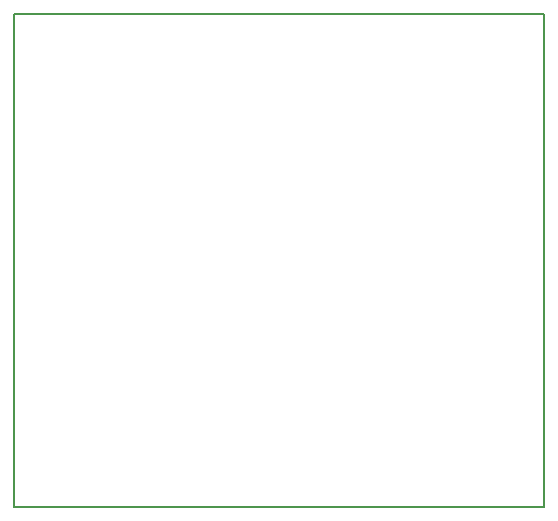
<source format=gm1>
G04 MADE WITH FRITZING*
G04 WWW.FRITZING.ORG*
G04 DOUBLE SIDED*
G04 HOLES PLATED*
G04 CONTOUR ON CENTER OF CONTOUR VECTOR*
%ASAXBY*%
%FSLAX23Y23*%
%MOIN*%
%OFA0B0*%
%SFA1.0B1.0*%
%ADD10R,1.771650X1.653540*%
%ADD11C,0.008000*%
%ADD10C,0.008*%
%LNCONTOUR*%
G90*
G70*
G54D10*
G54D11*
X4Y1650D02*
X1768Y1650D01*
X1768Y4D01*
X4Y4D01*
X4Y1650D01*
D02*
G04 End of contour*
M02*
</source>
